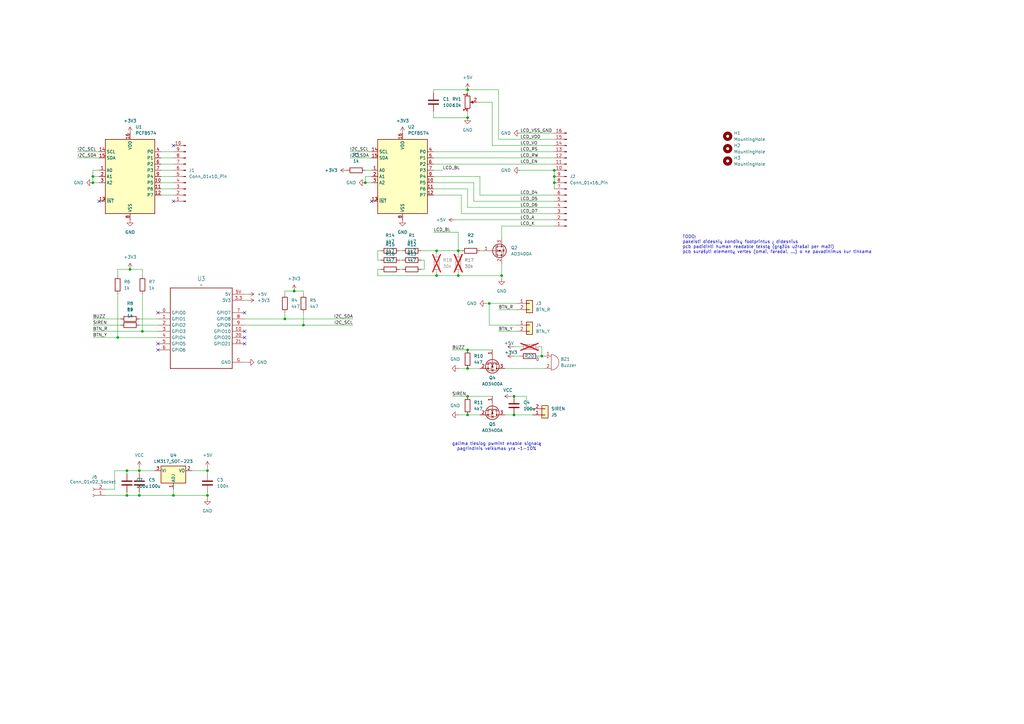
<source format=kicad_sch>
(kicad_sch (version 20231120) (generator "eeschema") (generator_version "8.0")
  (paper "A3")
  (lib_symbols
    (symbol "!custom:ESP32-C3_SUPERMINI"
      (property "Reference" "U" (at -12.7 16.002 0))
      (symbol "ESP32-C3_SUPERMINI_1_0"
        (polyline (pts (xy -12.7 -17.78) (xy 12.7 -17.78)) (stroke (width 0.254)))
        (polyline (pts (xy -12.7 15.24) (xy -12.7 -17.78)) (stroke (width 0.254)))
        (polyline (pts (xy 12.7 -17.78) (xy 12.7 15.24)) (stroke (width 0.254)))
        (polyline (pts (xy 12.7 15.24) (xy -12.7 15.24)) (stroke (width 0.254)))
        (pin bidirectional line (at -17.78 5.08 0) (length 5.08) (name "GPIO0") (number "0"))
        (pin bidirectional line (at -17.78 2.54 0) (length 5.08) (name "GPIO1") (number "1"))
        (pin bidirectional line (at 17.78 -2.54 180) (length 5.08) (name "GPIO10") (number "10"))
        (pin bidirectional line (at -17.78 0 0) (length 5.08) (name "GPIO2") (number "2"))
        (pin bidirectional line (at 17.78 -5.08 180) (length 5.08) (name "GPIO20") (number "20"))
        (pin bidirectional line (at 17.78 -7.62 180) (length 5.08) (name "GPIO21") (number "21"))
        (pin bidirectional line (at -17.78 -2.54 0) (length 5.08) (name "GPIO3") (number "3"))
        (pin power_in line (at 17.78 10.16 180) (length 5.08) (name "3V3") (number "3.3"))
        (pin bidirectional line (at -17.78 -5.08 0) (length 5.08) (name "GPIO4") (number "4"))
        (pin bidirectional line (at -17.78 -7.62 0) (length 5.08) (name "GPIO5") (number "5"))
        (pin power_in line (at 17.78 12.7 180) (length 5.08) (name "5V") (number "5V"))
        (pin bidirectional line (at -17.78 -10.16 0) (length 5.08) (name "GPIO6") (number "6"))
        (pin bidirectional line (at 17.78 5.08 180) (length 5.08) (name "GPIO7") (number "7"))
        (pin bidirectional line (at 17.78 2.54 180) (length 5.08) (name "GPIO8") (number "8"))
        (pin bidirectional line (at 17.78 0 180) (length 5.08) (name "GPIO9") (number "9"))
        (pin power_in line (at 17.78 -15.24 180) (length 5.08) (name "GND") (number "G"))
      )
    )
    (symbol "Connector:Conn_01x02_Socket" (pin_names (offset 1.016) hide)
      (property "Reference" "J" (at 0 2.54 0))
      (property "Value" "Conn_01x02_Socket" (at 0 -5.08 0))
      (symbol "Conn_01x02_Socket_1_1"
        (arc (start 0 -2.032) (mid -0.5058 -2.54) (end 0 -3.048) (stroke (width 0.1524)))
        (polyline (pts (xy -1.27 -2.54) (xy -0.508 -2.54)) (stroke (width 0.1524)))
        (polyline (pts (xy -1.27 0) (xy -0.508 0)) (stroke (width 0.1524)))
        (arc (start 0 0.508) (mid -0.5058 0) (end 0 -0.508) (stroke (width 0.1524)))
        (pin passive line (at -5.08 0 0) (length 3.81) (name "Pin_1") (number "1"))
        (pin passive line (at -5.08 -2.54 0) (length 3.81) (name "Pin_2") (number "2"))
      )
    )
    (symbol "Connector:Conn_01x10_Pin" (pin_names (offset 1.016) hide)
      (property "Reference" "J" (at 0 12.7 0))
      (property "Value" "Conn_01x10_Pin" (at 0 -15.24 0))
      (symbol "Conn_01x10_Pin_1_1"
        (polyline (pts (xy 1.27 -12.7) (xy 0.8636 -12.7)) (stroke (width 0.1524)))
        (polyline (pts (xy 1.27 -10.16) (xy 0.8636 -10.16)) (stroke (width 0.1524)))
        (polyline (pts (xy 1.27 -7.62) (xy 0.8636 -7.62)) (stroke (width 0.1524)))
        (polyline (pts (xy 1.27 -5.08) (xy 0.8636 -5.08)) (stroke (width 0.1524)))
        (polyline (pts (xy 1.27 -2.54) (xy 0.8636 -2.54)) (stroke (width 0.1524)))
        (polyline (pts (xy 1.27 0) (xy 0.8636 0)) (stroke (width 0.1524)))
        (polyline (pts (xy 1.27 2.54) (xy 0.8636 2.54)) (stroke (width 0.1524)))
        (polyline (pts (xy 1.27 5.08) (xy 0.8636 5.08)) (stroke (width 0.1524)))
        (polyline (pts (xy 1.27 7.62) (xy 0.8636 7.62)) (stroke (width 0.1524)))
        (polyline (pts (xy 1.27 10.16) (xy 0.8636 10.16)) (stroke (width 0.1524)))
        (rectangle (start 0.8636 -12.573) (end 0 -12.827) (stroke (width 0.1524)) (fill (type outline)))
        (rectangle (start 0.8636 -10.033) (end 0 -10.287) (stroke (width 0.1524)) (fill (type outline)))
        (rectangle (start 0.8636 -7.493) (end 0 -7.747) (stroke (width 0.1524)) (fill (type outline)))
        (rectangle (start 0.8636 -4.953) (end 0 -5.207) (stroke (width 0.1524)) (fill (type outline)))
        (rectangle (start 0.8636 -2.413) (end 0 -2.667) (stroke (width 0.1524)) (fill (type outline)))
        (rectangle (start 0.8636 0.127) (end 0 -0.127) (stroke (width 0.1524)) (fill (type outline)))
        (rectangle (start 0.8636 2.667) (end 0 2.413) (stroke (width 0.1524)) (fill (type outline)))
        (rectangle (start 0.8636 5.207) (end 0 4.953) (stroke (width 0.1524)) (fill (type outline)))
        (rectangle (start 0.8636 7.747) (end 0 7.493) (stroke (width 0.1524)) (fill (type outline)))
        (rectangle (start 0.8636 10.287) (end 0 10.033) (stroke (width 0.1524)) (fill (type outline)))
        (pin passive line (at 5.08 10.16 180) (length 3.81) (name "Pin_1") (number "1"))
        (pin passive line (at 5.08 -12.7 180) (length 3.81) (name "Pin_10") (number "10"))
        (pin passive line (at 5.08 7.62 180) (length 3.81) (name "Pin_2") (number "2"))
        (pin passive line (at 5.08 5.08 180) (length 3.81) (name "Pin_3") (number "3"))
        (pin passive line (at 5.08 2.54 180) (length 3.81) (name "Pin_4") (number "4"))
        (pin passive line (at 5.08 0 180) (length 3.81) (name "Pin_5") (number "5"))
        (pin passive line (at 5.08 -2.54 180) (length 3.81) (name "Pin_6") (number "6"))
        (pin passive line (at 5.08 -5.08 180) (length 3.81) (name "Pin_7") (number "7"))
        (pin passive line (at 5.08 -7.62 180) (length 3.81) (name "Pin_8") (number "8"))
        (pin passive line (at 5.08 -10.16 180) (length 3.81) (name "Pin_9") (number "9"))
      )
    )
    (symbol "Connector:Conn_01x16_Pin" (pin_names (offset 1.016) hide)
      (property "Reference" "J" (at 0 20.32 0))
      (property "Value" "Conn_01x16_Pin" (at 0 -22.86 0))
      (symbol "Conn_01x16_Pin_1_1"
        (polyline (pts (xy 1.27 -20.32) (xy 0.8636 -20.32)) (stroke (width 0.1524)))
        (polyline (pts (xy 1.27 -17.78) (xy 0.8636 -17.78)) (stroke (width 0.1524)))
        (polyline (pts (xy 1.27 -15.24) (xy 0.8636 -15.24)) (stroke (width 0.1524)))
        (polyline (pts (xy 1.27 -12.7) (xy 0.8636 -12.7)) (stroke (width 0.1524)))
        (polyline (pts (xy 1.27 -10.16) (xy 0.8636 -10.16)) (stroke (width 0.1524)))
        (polyline (pts (xy 1.27 -7.62) (xy 0.8636 -7.62)) (stroke (width 0.1524)))
        (polyline (pts (xy 1.27 -5.08) (xy 0.8636 -5.08)) (stroke (width 0.1524)))
        (polyline (pts (xy 1.27 -2.54) (xy 0.8636 -2.54)) (stroke (width 0.1524)))
        (polyline (pts (xy 1.27 0) (xy 0.8636 0)) (stroke (width 0.1524)))
        (polyline (pts (xy 1.27 2.54) (xy 0.8636 2.54)) (stroke (width 0.1524)))
        (polyline (pts (xy 1.27 5.08) (xy 0.8636 5.08)) (stroke (width 0.1524)))
        (polyline (pts (xy 1.27 7.62) (xy 0.8636 7.62)) (stroke (width 0.1524)))
        (polyline (pts (xy 1.27 10.16) (xy 0.8636 10.16)) (stroke (width 0.1524)))
        (polyline (pts (xy 1.27 12.7) (xy 0.8636 12.7)) (stroke (width 0.1524)))
        (polyline (pts (xy 1.27 15.24) (xy 0.8636 15.24)) (stroke (width 0.1524)))
        (polyline (pts (xy 1.27 17.78) (xy 0.8636 17.78)) (stroke (width 0.1524)))
        (rectangle (start 0.8636 -20.193) (end 0 -20.447) (stroke (width 0.1524)) (fill (type outline)))
        (rectangle (start 0.8636 -17.653) (end 0 -17.907) (stroke (width 0.1524)) (fill (type outline)))
        (rectangle (start 0.8636 -15.113) (end 0 -15.367) (stroke (width 0.1524)) (fill (type outline)))
        (rectangle (start 0.8636 -12.573) (end 0 -12.827) (stroke (width 0.1524)) (fill (type outline)))
        (rectangle (start 0.8636 -10.033) (end 0 -10.287) (stroke (width 0.1524)) (fill (type outline)))
        (rectangle (start 0.8636 -7.493) (end 0 -7.747) (stroke (width 0.1524)) (fill (type outline)))
        (rectangle (start 0.8636 -4.953) (end 0 -5.207) (stroke (width 0.1524)) (fill (type outline)))
        (rectangle (start 0.8636 -2.413) (end 0 -2.667) (stroke (width 0.1524)) (fill (type outline)))
        (rectangle (start 0.8636 0.127) (end 0 -0.127) (stroke (width 0.1524)) (fill (type outline)))
        (rectangle (start 0.8636 2.667) (end 0 2.413) (stroke (width 0.1524)) (fill (type outline)))
        (rectangle (start 0.8636 5.207) (end 0 4.953) (stroke (width 0.1524)) (fill (type outline)))
        (rectangle (start 0.8636 7.747) (end 0 7.493) (stroke (width 0.1524)) (fill (type outline)))
        (rectangle (start 0.8636 10.287) (end 0 10.033) (stroke (width 0.1524)) (fill (type outline)))
        (rectangle (start 0.8636 12.827) (end 0 12.573) (stroke (width 0.1524)) (fill (type outline)))
        (rectangle (start 0.8636 15.367) (end 0 15.113) (stroke (width 0.1524)) (fill (type outline)))
        (rectangle (start 0.8636 17.907) (end 0 17.653) (stroke (width 0.1524)) (fill (type outline)))
        (pin passive line (at 5.08 17.78 180) (length 3.81) (name "Pin_1") (number "1"))
        (pin passive line (at 5.08 -5.08 180) (length 3.81) (name "Pin_10") (number "10"))
        (pin passive line (at 5.08 -7.62 180) (length 3.81) (name "Pin_11") (number "11"))
        (pin passive line (at 5.08 -10.16 180) (length 3.81) (name "Pin_12") (number "12"))
        (pin passive line (at 5.08 -12.7 180) (length 3.81) (name "Pin_13") (number "13"))
        (pin passive line (at 5.08 -15.24 180) (length 3.81) (name "Pin_14") (number "14"))
        (pin passive line (at 5.08 -17.78 180) (length 3.81) (name "Pin_15") (number "15"))
        (pin passive line (at 5.08 -20.32 180) (length 3.81) (name "Pin_16") (number "16"))
        (pin passive line (at 5.08 15.24 180) (length 3.81) (name "Pin_2") (number "2"))
        (pin passive line (at 5.08 12.7 180) (length 3.81) (name "Pin_3") (number "3"))
        (pin passive line (at 5.08 10.16 180) (length 3.81) (name "Pin_4") (number "4"))
        (pin passive line (at 5.08 7.62 180) (length 3.81) (name "Pin_5") (number "5"))
        (pin passive line (at 5.08 5.08 180) (length 3.81) (name "Pin_6") (number "6"))
        (pin passive line (at 5.08 2.54 180) (length 3.81) (name "Pin_7") (number "7"))
        (pin passive line (at 5.08 0 180) (length 3.81) (name "Pin_8") (number "8"))
        (pin passive line (at 5.08 -2.54 180) (length 3.81) (name "Pin_9") (number "9"))
      )
    )
    (symbol "Connector_Generic:Conn_01x02" (pin_names (offset 1.016) hide)
      (property "Reference" "J" (at 0 2.54 0))
      (property "Value" "Conn_01x02" (at 0 -5.08 0))
      (symbol "Conn_01x02_1_1"
        (rectangle (start -1.27 -2.413) (end 0 -2.667) (stroke (width 0.1524)))
        (rectangle (start -1.27 0.127) (end 0 -0.127) (stroke (width 0.1524)))
        (rectangle (start -1.27 1.27) (end 1.27 -3.81) (stroke (width 0.254)) (fill (type background)))
        (pin passive line (at -5.08 0 0) (length 3.81) (name "Pin_1") (number "1"))
        (pin passive line (at -5.08 -2.54 0) (length 3.81) (name "Pin_2") (number "2"))
      )
    )
    (symbol "Device:Buzzer" (pin_names (offset 0.0254) hide)
      (property "Reference" "BZ" (at 3.81 1.27 0))
      (property "Value" "Buzzer" (at 3.81 -1.27 0))
      (symbol "Buzzer_0_1"
        (arc (start 0 -3.175) (mid 3.1612 0) (end 0 3.175))
        (polyline (pts (xy -1.651 1.905) (xy -1.143 1.905)))
        (polyline (pts (xy -1.397 2.159) (xy -1.397 1.651)))
        (polyline (pts (xy 0 3.175) (xy 0 -3.175)))
      )
      (symbol "Buzzer_1_1"
        (pin passive line (at -2.54 2.54 0) (length 2.54) (name "+") (number "1"))
        (pin passive line (at -2.54 -2.54 0) (length 2.54) (name "-") (number "2"))
      )
    )
    (symbol "Device:C" (pin_numbers hide) (pin_names (offset 0.254))
      (property "Reference" "C" (at 0.635 2.54 0))
      (property "Value" "C" (at 0.635 -2.54 0))
      (symbol "C_0_1"
        (polyline (pts (xy -2.032 -0.762) (xy 2.032 -0.762)) (stroke (width 0.508)))
        (polyline (pts (xy -2.032 0.762) (xy 2.032 0.762)) (stroke (width 0.508)))
      )
      (symbol "C_1_1"
        (pin passive line (at 0 3.81 270) (length 2.794) (name "~") (number "1"))
        (pin passive line (at 0 -3.81 90) (length 2.794) (name "~") (number "2"))
      )
    )
    (symbol "Device:R" (pin_numbers hide) (pin_names (offset 0))
      (property "Reference" "R" (at 2.032 0 90))
      (property "Value" "R" (at 0 0 90))
      (symbol "R_0_1"
        (rectangle (start -1.016 -2.54) (end 1.016 2.54) (stroke (width 0.254)))
      )
      (symbol "R_1_1"
        (pin passive line (at 0 3.81 270) (length 1.27) (name "~") (number "1"))
        (pin passive line (at 0 -3.81 90) (length 1.27) (name "~") (number "2"))
      )
    )
    (symbol "Device:R_Potentiometer" (pin_names (offset 1.016) hide)
      (property "Reference" "RV" (at -4.445 0 90))
      (property "Value" "R_Potentiometer" (at -2.54 0 90))
      (symbol "R_Potentiometer_0_1"
        (polyline (pts (xy 2.54 0) (xy 1.524 0)))
        (polyline (pts (xy 1.143 0) (xy 2.286 0.508) (xy 2.286 -0.508) (xy 1.143 0)) (fill (type outline)))
        (rectangle (start 1.016 2.54) (end -1.016 -2.54) (stroke (width 0.254)))
      )
      (symbol "R_Potentiometer_1_1"
        (pin passive line (at 0 3.81 270) (length 1.27) (name "1") (number "1"))
        (pin passive line (at 3.81 0 180) (length 1.27) (name "2") (number "2"))
        (pin passive line (at 0 -3.81 90) (length 1.27) (name "3") (number "3"))
      )
    )
    (symbol "Interface_Expansion:PCF8574"
      (property "Reference" "U" (at -8.89 16.51 0))
      (property "Value" "PCF8574" (at 2.54 16.51 0))
      (symbol "PCF8574_0_1"
        (rectangle (start -10.16 15.24) (end 10.16 -15.24) (stroke (width 0.254)) (fill (type background)))
      )
      (symbol "PCF8574_1_1"
        (pin input line (at -12.7 2.54 0) (length 2.54) (name "A0") (number "1"))
        (pin bidirectional line (at 12.7 -2.54 180) (length 2.54) (name "P5") (number "10"))
        (pin bidirectional line (at 12.7 -5.08 180) (length 2.54) (name "P6") (number "11"))
        (pin bidirectional line (at 12.7 -7.62 180) (length 2.54) (name "P7") (number "12"))
        (pin open_collector output_low (at -12.7 -10.16 0) (length 2.54) (name "~{INT}") (number "13"))
        (pin input line (at -12.7 10.16 0) (length 2.54) (name "SCL") (number "14"))
        (pin bidirectional line (at -12.7 7.62 0) (length 2.54) (name "SDA") (number "15"))
        (pin power_in line (at 0 17.78 270) (length 2.54) (name "VDD") (number "16"))
        (pin input line (at -12.7 0 0) (length 2.54) (name "A1") (number "2"))
        (pin input line (at -12.7 -2.54 0) (length 2.54) (name "A2") (number "3"))
        (pin bidirectional line (at 12.7 10.16 180) (length 2.54) (name "P0") (number "4"))
        (pin bidirectional line (at 12.7 7.62 180) (length 2.54) (name "P1") (number "5"))
        (pin bidirectional line (at 12.7 5.08 180) (length 2.54) (name "P2") (number "6"))
        (pin bidirectional line (at 12.7 2.54 180) (length 2.54) (name "P3") (number "7"))
        (pin power_in line (at 0 -17.78 90) (length 2.54) (name "VSS") (number "8"))
        (pin bidirectional line (at 12.7 0 180) (length 2.54) (name "P4") (number "9"))
      )
    )
    (symbol "Mechanical:MountingHole" (pin_names (offset 1.016)) (exclude_from_sim yes) (in_bom no)
      (property "Reference" "H" (at 0 5.08 0))
      (property "Value" "MountingHole" (at 0 3.175 0))
      (symbol "MountingHole_0_1"
        (circle (center 0 0) (radius 1.27) (stroke (width 1.27)))
      )
    )
    (symbol "Regulator_Linear:LM317_SOT-223" (pin_names (offset 0.254))
      (property "Reference" "U" (at -3.81 3.175 0))
      (property "Value" "LM317_SOT-223" (at 0 3.175 0))
      (symbol "LM317_SOT-223_0_1"
        (rectangle (start -5.08 1.905) (end 5.08 -5.08) (stroke (width 0.254)) (fill (type background)))
      )
      (symbol "LM317_SOT-223_1_1"
        (pin input line (at 0 -7.62 90) (length 2.54) (name "ADJ") (number "1"))
        (pin power_out line (at 7.62 0 180) (length 2.54) (name "VO") (number "2"))
        (pin power_in line (at -7.62 0 0) (length 2.54) (name "VI") (number "3"))
      )
    )
    (symbol "Transistor_FET:AO3400A" (pin_names hide)
      (property "Reference" "Q" (at 5.08 1.905 0))
      (property "Value" "AO3400A" (at 5.08 0 0))
      (symbol "AO3400A_0_1"
        (polyline (pts (xy 0.254 0) (xy -2.54 0)))
        (polyline (pts (xy 0.254 1.905) (xy 0.254 -1.905)) (stroke (width 0.254)))
        (polyline (pts (xy 0.762 -1.27) (xy 0.762 -2.286)) (stroke (width 0.254)))
        (polyline (pts (xy 0.762 0.508) (xy 0.762 -0.508)) (stroke (width 0.254)))
        (polyline (pts (xy 0.762 2.286) (xy 0.762 1.27)) (stroke (width 0.254)))
        (polyline (pts (xy 2.54 2.54) (xy 2.54 1.778)))
        (polyline (pts (xy 2.54 -2.54) (xy 2.54 0) (xy 0.762 0)))
        (polyline (pts (xy 0.762 -1.778) (xy 3.302 -1.778) (xy 3.302 1.778) (xy 0.762 1.778)))
        (polyline (pts (xy 1.016 0) (xy 2.032 0.381) (xy 2.032 -0.381) (xy 1.016 0)) (fill (type outline)))
        (polyline (pts (xy 2.794 0.508) (xy 2.921 0.381) (xy 3.683 0.381) (xy 3.81 0.254)))
        (polyline (pts (xy 3.302 0.381) (xy 2.921 -0.254) (xy 3.683 -0.254) (xy 3.302 0.381)))
        (circle (center 1.651 0) (radius 2.794) (stroke (width 0.254)))
        (circle (center 2.54 -1.778) (radius 0.254) (fill (type outline)))
        (circle (center 2.54 1.778) (radius 0.254) (fill (type outline)))
      )
      (symbol "AO3400A_1_1"
        (pin input line (at -5.08 0 0) (length 2.54) (name "G") (number "1"))
        (pin passive line (at 2.54 -5.08 90) (length 2.54) (name "S") (number "2"))
        (pin passive line (at 2.54 5.08 270) (length 2.54) (name "D") (number "3"))
      )
    )
    (symbol "power:+3V3" (power) (pin_numbers hide) (pin_names (offset 0) hide)
      (property "Value" "+3V3" (at 0 3.556 0))
      (symbol "+3V3_0_1"
        (polyline (pts (xy -0.762 1.27) (xy 0 2.54)))
        (polyline (pts (xy 0 0) (xy 0 2.54)))
        (polyline (pts (xy 0 2.54) (xy 0.762 1.27)))
      )
      (symbol "+3V3_1_1"
        (pin power_in line (at 0 0 90) (length 0) (name "~") (number "1"))
      )
    )
    (symbol "power:+5V" (power) (pin_numbers hide) (pin_names (offset 0) hide)
      (property "Value" "+5V" (at 0 3.556 0))
      (symbol "+5V_0_1"
        (polyline (pts (xy -0.762 1.27) (xy 0 2.54)))
        (polyline (pts (xy 0 0) (xy 0 2.54)))
        (polyline (pts (xy 0 2.54) (xy 0.762 1.27)))
      )
      (symbol "+5V_1_1"
        (pin power_in line (at 0 0 90) (length 0) (name "~") (number "1"))
      )
    )
    (symbol "power:GND" (power) (pin_numbers hide) (pin_names (offset 0) hide)
      (property "Value" "GND" (at 0 -3.81 0))
      (symbol "GND_0_1"
        (polyline (pts (xy 0 0) (xy 0 -1.27) (xy 1.27 -1.27) (xy 0 -2.54) (xy -1.27 -1.27) (xy 0 -1.27)))
      )
      (symbol "GND_1_1"
        (pin power_in line (at 0 0 270) (length 0) (name "~") (number "1"))
      )
    )
    (symbol "power:VCC" (power) (pin_numbers hide) (pin_names (offset 0) hide)
      (property "Value" "VCC" (at 0 3.556 0))
      (symbol "VCC_0_1"
        (polyline (pts (xy -0.762 1.27) (xy 0 2.54)))
        (polyline (pts (xy 0 0) (xy 0 2.54)))
        (polyline (pts (xy 0 2.54) (xy 0.762 1.27)))
      )
      (symbol "VCC_1_1"
        (pin power_in line (at 0 0 90) (length 0) (name "~") (number "1"))
      )
    )
  )
  (junction (at 85.09 203.2))
  (junction (at 191.77 151.13))
  (junction (at 53.34 110.49))
  (junction (at 200.66 124.46))
  (junction (at 38.1 74.93))
  (junction (at 48.26 138.43))
  (junction (at 210.82 170.18))
  (junction (at 191.77 170.18))
  (junction (at 71.12 203.2))
  (junction (at 191.77 143.51))
  (junction (at 52.07 193.04))
  (junction (at 85.09 193.04))
  (junction (at 57.15 193.04))
  (junction (at 58.42 135.89))
  (junction (at 191.77 36.83))
  (junction (at 179.07 102.87))
  (junction (at 179.07 113.03))
  (junction (at 38.1 72.39))
  (junction (at 227.33 69.85))
  (junction (at 149.86 74.93))
  (junction (at 52.07 203.2))
  (junction (at 227.33 74.93))
  (junction (at 191.77 162.56))
  (junction (at 227.33 72.39))
  (junction (at 116.84 130.81))
  (junction (at 120.65 119.38))
  (junction (at 205.74 113.03))
  (junction (at 210.82 162.56))
  (junction (at 187.96 102.87))
  (junction (at 222.25 146.05))
  (junction (at 187.96 113.03))
  (junction (at 191.77 48.26))
  (junction (at 124.46 133.35))
  (junction (at 57.15 203.2))
  (no_connect (at 100.33 140.97))
  (no_connect (at 100.33 128.27))
  (no_connect (at 64.77 128.27))
  (no_connect (at 64.77 140.97))
  (no_connect (at 100.33 138.43))
  (no_connect (at 71.12 59.69))
  (no_connect (at 40.64 82.55))
  (no_connect (at 152.4 82.55))
  (no_connect (at 100.33 135.89))
  (no_connect (at 71.12 82.55))
  (no_connect (at 64.77 143.51))
  (wire (pts (xy 191.77 36.83) (xy 191.77 38.1)))
  (wire (pts (xy 57.15 193.04) (xy 57.15 194.31)))
  (wire (pts (xy 191.77 45.72) (xy 191.77 48.26)))
  (wire (pts (xy 116.84 128.27) (xy 116.84 130.81)))
  (wire (pts (xy 191.77 151.13) (xy 196.85 151.13)))
  (wire (pts (xy 177.8 80.01) (xy 189.23 80.01)))
  (wire (pts (xy 48.26 113.03) (xy 48.26 110.49)))
  (wire (pts (xy 210.82 170.18) (xy 218.44 170.18)))
  (wire (pts (xy 38.1 72.39) (xy 38.1 69.85)))
  (wire (pts (xy 163.83 110.49) (xy 165.1 110.49)))
  (wire (pts (xy 78.74 193.04) (xy 85.09 193.04)))
  (wire (pts (xy 38.1 130.81) (xy 49.53 130.81)))
  (wire (pts (xy 48.26 110.49) (xy 53.34 110.49)))
  (wire (pts (xy 57.15 191.77) (xy 57.15 193.04)))
  (wire (pts (xy 213.36 69.85) (xy 227.33 69.85)))
  (wire (pts (xy 100.33 148.59) (xy 101.6 148.59)))
  (wire (pts (xy 38.1 135.89) (xy 58.42 135.89)))
  (wire (pts (xy 66.04 80.01) (xy 71.12 80.01)))
  (wire (pts (xy 177.8 69.85) (xy 181.61 69.85)))
  (wire (pts (xy 195.58 41.91) (xy 201.93 41.91)))
  (wire (pts (xy 204.47 135.89) (xy 212.09 135.89)))
  (wire (pts (xy 189.23 87.63) (xy 227.33 87.63)))
  (wire (pts (xy 210.82 146.05) (xy 213.36 146.05)))
  (wire (pts (xy 204.47 57.15) (xy 227.33 57.15)))
  (wire (pts (xy 177.8 36.83) (xy 177.8 38.1)))
  (wire (pts (xy 38.1 69.85) (xy 40.64 69.85)))
  (wire (pts (xy 177.8 72.39) (xy 196.85 72.39)))
  (wire (pts (xy 179.07 113.03) (xy 187.96 113.03)))
  (wire (pts (xy 187.96 111.76) (xy 187.96 113.03)))
  (wire (pts (xy 66.04 72.39) (xy 71.12 72.39)))
  (wire (pts (xy 66.04 62.23) (xy 71.12 62.23)))
  (wire (pts (xy 177.8 48.26) (xy 191.77 48.26)))
  (wire (pts (xy 154.94 106.68) (xy 154.94 102.87)))
  (wire (pts (xy 116.84 119.38) (xy 116.84 120.65)))
  (wire (pts (xy 46.99 193.04) (xy 52.07 193.04)))
  (wire (pts (xy 120.65 119.38) (xy 116.84 119.38)))
  (wire (pts (xy 172.72 106.68) (xy 173.99 106.68)))
  (wire (pts (xy 212.09 133.35) (xy 200.66 133.35)))
  (wire (pts (xy 163.83 106.68) (xy 165.1 106.68)))
  (wire (pts (xy 227.33 74.93) (xy 227.33 77.47)))
  (wire (pts (xy 223.52 146.05) (xy 222.25 146.05)))
  (wire (pts (xy 58.42 110.49) (xy 53.34 110.49)))
  (wire (pts (xy 149.86 74.93) (xy 152.4 74.93)))
  (wire (pts (xy 66.04 74.93) (xy 71.12 74.93)))
  (wire (pts (xy 46.99 200.66) (xy 46.99 193.04)))
  (wire (pts (xy 71.12 203.2) (xy 85.09 203.2)))
  (wire (pts (xy 58.42 113.03) (xy 58.42 110.49)))
  (wire (pts (xy 85.09 203.2) (xy 85.09 204.47)))
  (wire (pts (xy 177.8 45.72) (xy 177.8 48.26)))
  (wire (pts (xy 207.01 151.13) (xy 223.52 151.13)))
  (wire (pts (xy 177.8 64.77) (xy 227.33 64.77)))
  (wire (pts (xy 215.9 162.56) (xy 215.9 167.64)))
  (wire (pts (xy 154.94 110.49) (xy 156.21 110.49)))
  (wire (pts (xy 191.77 85.09) (xy 227.33 85.09)))
  (wire (pts (xy 48.26 138.43) (xy 64.77 138.43)))
  (wire (pts (xy 200.66 124.46) (xy 200.66 133.35)))
  (wire (pts (xy 187.96 151.13) (xy 191.77 151.13)))
  (wire (pts (xy 100.33 123.19) (xy 101.6 123.19)))
  (wire (pts (xy 43.18 203.2) (xy 52.07 203.2)))
  (wire (pts (xy 185.42 143.51) (xy 191.77 143.51)))
  (wire (pts (xy 205.74 92.71) (xy 227.33 92.71)))
  (wire (pts (xy 179.07 111.76) (xy 179.07 113.03)))
  (wire (pts (xy 201.93 59.69) (xy 227.33 59.69)))
  (wire (pts (xy 209.55 162.56) (xy 210.82 162.56)))
  (wire (pts (xy 199.39 124.46) (xy 200.66 124.46)))
  (wire (pts (xy 57.15 193.04) (xy 63.5 193.04)))
  (wire (pts (xy 57.15 201.93) (xy 57.15 203.2)))
  (wire (pts (xy 191.77 143.51) (xy 201.93 143.51)))
  (wire (pts (xy 124.46 119.38) (xy 124.46 120.65)))
  (wire (pts (xy 149.86 72.39) (xy 152.4 72.39)))
  (wire (pts (xy 124.46 128.27) (xy 124.46 133.35)))
  (wire (pts (xy 201.93 41.91) (xy 201.93 59.69)))
  (wire (pts (xy 144.78 130.81) (xy 116.84 130.81)))
  (wire (pts (xy 52.07 193.04) (xy 57.15 193.04)))
  (wire (pts (xy 156.21 106.68) (xy 154.94 106.68)))
  (wire (pts (xy 173.99 106.68) (xy 173.99 110.49)))
  (wire (pts (xy 191.77 170.18) (xy 196.85 170.18)))
  (wire (pts (xy 196.85 80.01) (xy 227.33 80.01)))
  (wire (pts (xy 165.1 102.87) (xy 163.83 102.87)))
  (wire (pts (xy 120.65 119.38) (xy 124.46 119.38)))
  (wire (pts (xy 222.25 142.24) (xy 222.25 146.05)))
  (wire (pts (xy 85.09 191.77) (xy 85.09 193.04)))
  (wire (pts (xy 185.42 162.56) (xy 191.77 162.56)))
  (wire (pts (xy 191.77 77.47) (xy 191.77 85.09)))
  (wire (pts (xy 179.07 102.87) (xy 187.96 102.87)))
  (wire (pts (xy 38.1 133.35) (xy 49.53 133.35)))
  (wire (pts (xy 38.1 138.43) (xy 48.26 138.43)))
  (wire (pts (xy 66.04 69.85) (xy 71.12 69.85)))
  (wire (pts (xy 194.31 82.55) (xy 227.33 82.55)))
  (wire (pts (xy 196.85 72.39) (xy 196.85 80.01)))
  (wire (pts (xy 191.77 36.83) (xy 204.47 36.83)))
  (wire (pts (xy 48.26 120.65) (xy 48.26 138.43)))
  (wire (pts (xy 100.33 120.65) (xy 101.6 120.65)))
  (wire (pts (xy 66.04 77.47) (xy 71.12 77.47)))
  (wire (pts (xy 173.99 110.49) (xy 172.72 110.49)))
  (wire (pts (xy 116.84 130.81) (xy 100.33 130.81)))
  (wire (pts (xy 187.96 102.87) (xy 187.96 104.14)))
  (wire (pts (xy 58.42 120.65) (xy 58.42 135.89)))
  (wire (pts (xy 187.96 113.03) (xy 205.74 113.03)))
  (wire (pts (xy 210.82 142.24) (xy 213.36 142.24)))
  (wire (pts (xy 31.75 64.77) (xy 40.64 64.77)))
  (wire (pts (xy 177.8 67.31) (xy 227.33 67.31)))
  (wire (pts (xy 154.94 102.87) (xy 156.21 102.87)))
  (wire (pts (xy 52.07 193.04) (xy 52.07 194.31)))
  (wire (pts (xy 143.51 64.77) (xy 152.4 64.77)))
  (wire (pts (xy 177.8 62.23) (xy 227.33 62.23)))
  (wire (pts (xy 38.1 74.93) (xy 38.1 72.39)))
  (wire (pts (xy 210.82 162.56) (xy 215.9 162.56)))
  (wire (pts (xy 187.96 102.87) (xy 189.23 102.87)))
  (wire (pts (xy 58.42 135.89) (xy 64.77 135.89)))
  (wire (pts (xy 57.15 203.2) (xy 71.12 203.2)))
  (wire (pts (xy 177.8 77.47) (xy 191.77 77.47)))
  (wire (pts (xy 177.8 36.83) (xy 191.77 36.83)))
  (wire (pts (xy 38.1 74.93) (xy 40.64 74.93)))
  (wire (pts (xy 149.86 74.93) (xy 149.86 72.39)))
  (wire (pts (xy 143.51 62.23) (xy 152.4 62.23)))
  (wire (pts (xy 31.75 62.23) (xy 40.64 62.23)))
  (wire (pts (xy 66.04 67.31) (xy 71.12 67.31)))
  (wire (pts (xy 57.15 133.35) (xy 64.77 133.35)))
  (wire (pts (xy 215.9 167.64) (xy 218.44 167.64)))
  (wire (pts (xy 154.94 113.03) (xy 154.94 110.49)))
  (wire (pts (xy 43.18 200.66) (xy 46.99 200.66)))
  (wire (pts (xy 227.33 72.39) (xy 227.33 74.93)))
  (wire (pts (xy 52.07 203.2) (xy 52.07 201.93)))
  (wire (pts (xy 189.23 80.01) (xy 189.23 87.63)))
  (wire (pts (xy 149.86 69.85) (xy 152.4 69.85)))
  (wire (pts (xy 204.47 57.15) (xy 204.47 36.83)))
  (wire (pts (xy 57.15 130.81) (xy 64.77 130.81)))
  (wire (pts (xy 205.74 97.79) (xy 205.74 92.71)))
  (wire (pts (xy 204.47 127) (xy 212.09 127)))
  (wire (pts (xy 38.1 72.39) (xy 40.64 72.39)))
  (wire (pts (xy 71.12 200.66) (xy 71.12 203.2)))
  (wire (pts (xy 194.31 74.93) (xy 194.31 82.55)))
  (wire (pts (xy 205.74 114.3) (xy 205.74 113.03)))
  (wire (pts (xy 212.09 124.46) (xy 200.66 124.46)))
  (wire (pts (xy 196.85 102.87) (xy 198.12 102.87)))
  (wire (pts (xy 85.09 201.93) (xy 85.09 203.2)))
  (wire (pts (xy 177.8 95.25) (xy 187.96 95.25)))
  (wire (pts (xy 227.33 69.85) (xy 227.33 72.39)))
  (wire (pts (xy 207.01 170.18) (xy 210.82 170.18)))
  (wire (pts (xy 177.8 74.93) (xy 194.31 74.93)))
  (wire (pts (xy 186.69 90.17) (xy 227.33 90.17)))
  (wire (pts (xy 220.98 146.05) (xy 222.25 146.05)))
  (wire (pts (xy 154.94 113.03) (xy 179.07 113.03)))
  (wire (pts (xy 172.72 102.87) (xy 179.07 102.87)))
  (wire (pts (xy 191.77 162.56) (xy 201.93 162.56)))
  (wire (pts (xy 52.07 203.2) (xy 57.15 203.2)))
  (wire (pts (xy 187.96 170.18) (xy 191.77 170.18)))
  (wire (pts (xy 124.46 133.35) (xy 100.33 133.35)))
  (wire (pts (xy 144.78 133.35) (xy 124.46 133.35)))
  (wire (pts (xy 213.36 54.61) (xy 227.33 54.61)))
  (wire (pts (xy 187.96 95.25) (xy 187.96 102.87)))
  (wire (pts (xy 66.04 64.77) (xy 71.12 64.77)))
  (wire (pts (xy 205.74 107.95) (xy 205.74 113.03)))
  (wire (pts (xy 220.98 142.24) (xy 222.25 142.24)))
  (wire (pts (xy 179.07 102.87) (xy 179.07 104.14)))
  (wire (pts (xy 85.09 193.04) (xy 85.09 194.31)))
  (text "TODO:\npakeisti didesnių kondikų footprintus į didesnius\npcb padidinti human readable tekstą (grąžūs užrašai per maži)\npcb surašyti elementų vertes (omai, faradai, ...) o ne pavadinimus kur tinkama" (at 279.908 100.33 0) (effects (font (size 1.27 1.27)) (justify left)))
  (text "galima tiesiog pwmint enable signalą\npagrindinis veiksmas yra ~1-10%" (at 203.708 183.134 0) (effects (font (size 1.27 1.27))))
  (label "LCD_BL" (at 177.8 95.25 0))
  (label "I2C_SDA" (at 31.75 64.77 0))
  (label "LCD_K" (at 213.36 92.71 0))
  (label "I2C_SCL" (at 31.75 62.23 0))
  (label "LCD_VDD" (at 213.36 57.15 0))
  (label "SIREN" (at 38.1 133.35 0))
  (label "BTN_Y" (at 204.47 135.89 0))
  (label "LCD_D4" (at 213.36 80.01 0))
  (label "LCD_D5" (at 213.36 82.55 0))
  (label "LCD_D6" (at 213.36 85.09 0))
  (label "I2C_SCL" (at 144.78 133.35 180))
  (label "I2C_SCL" (at 143.51 62.23 0))
  (label "LCD_D7" (at 213.36 87.63 0))
  (label "LCD_VO" (at 213.36 59.69 0))
  (label "BTN_Y" (at 38.1 138.43 0))
  (label "LCD_RS" (at 213.36 62.23 0))
  (label "LCD_A" (at 213.36 90.17 0))
  (label "LCD_VSS_GND" (at 213.36 54.61 0))
  (label "LCD_BL" (at 181.61 69.85 0))
  (label "BUZZ" (at 185.42 143.51 0))
  (label "BTN_R" (at 204.47 127 0))
  (label "I2C_SDA" (at 143.51 64.77 0))
  (label "LCD_EN" (at 213.36 67.31 0))
  (label "I2C_SDA" (at 144.78 130.81 180))
  (label "BTN_R" (at 38.1 135.89 0))
  (label "LCD_RW" (at 213.36 64.77 0))
  (label "SIREN" (at 185.42 162.56 0))
  (label "BUZZ" (at 38.1 130.81 0))
  (symbol (lib_id "Device:C") (at 177.8 41.91 0) (unit 1)
    (property "Reference" "C1" (at 181.61 40.6399 0) (effects (justify left)))
    (property "Value" "100n" (at 181.61 43.1799 0) (effects (justify left)))
    (property "Footprint" "Capacitor_SMD:C_0805_2012Metric_Pad1.18x1.45mm_HandSolder" (effects (hide yes)))
    (property "Description" "Unpolarized capacitor" (effects (hide yes)))
  )
  (symbol (lib_id "power:GND") (at 191.77 48.26 0) (unit 1)
    (property "Reference" "#PWR09" (effects (hide yes)))
    (property "Value" "GND" (at 191.77 53.34 0))
    (property "Description" "Power symbol creates a global label with name \"GND\" , ground" (effects (hide yes)))
  )
  (symbol (lib_id "power:+5V") (at 186.69 90.17 90) (unit 1)
    (property "Reference" "#PWR010" (effects (hide yes)))
    (property "Value" "+5V" (at 182.88 90.1699 90) (effects (justify left)))
    (property "Description" "Power symbol creates a global label with name \"+5V\"" (effects (hide yes)))
  )
  (symbol (lib_id "Device:R") (at 168.91 110.49 90) (unit 1)
    (property "Reference" "R13" (at 168.91 104.14 90))
    (property "Value" "4k7" (at 168.91 106.68 90))
    (property "Footprint" "Resistor_SMD:R_0805_2012Metric_Pad1.20x1.40mm_HandSolder" (effects (hide yes)))
    (property "Description" "Resistor" (effects (hide yes)))
  )
  (symbol (lib_id "Transistor_FET:AO3400A") (at 203.2 102.87 0) (unit 1)
    (property "Reference" "Q2" (at 209.55 101.5999 0) (effects (justify left)))
    (property "Value" "AO3400A" (at 209.55 104.1399 0) (effects (justify left)))
    (property "Footprint" "Package_TO_SOT_SMD:SOT-23" (effects (hide yes)))
    (property "Datasheet" "http://www.aosmd.com/pdfs/datasheet/AO3400A.pdf" (effects (hide yes)))
    (property "Description" "30V Vds, 5.7A Id, N-Channel MOSFET, SOT-23" (effects (hide yes)))
  )
  (symbol (lib_id "Connector_Generic:Conn_01x02") (at 217.17 133.35 0) (unit 1)
    (property "Reference" "J4" (at 219.71 133.3499 0) (effects (justify left)))
    (property "Value" "BTN_Y" (at 219.71 135.8899 0) (effects (justify left)))
    (property "Footprint" "!custom:HIWA 250-21-2G" (effects (hide yes)))
    (property "Description" "Generic connector, single row, 01x02, script generated (kicad-library-utils/schlib/autogen/connector/)" (effects (hide yes)))
  )
  (symbol (lib_id "Device:R") (at 217.17 142.24 90) (unit 1) (dnp yes)
    (property "Reference" "R19" (at 217.17 142.24 90))
    (property "Value" "0" (at 220.472 143.256 90))
    (property "Footprint" "Resistor_SMD:R_0805_2012Metric_Pad1.20x1.40mm_HandSolder" (effects (hide yes)))
    (property "Description" "Resistor" (effects (hide yes)))
  )
  (symbol (lib_id "Device:R") (at 116.84 124.46 0) (unit 1)
    (property "Reference" "R4" (at 119.38 123.1899 0) (effects (justify left)))
    (property "Value" "4k7" (at 119.38 125.7299 0) (effects (justify left)))
    (property "Footprint" "Resistor_SMD:R_0805_2012Metric_Pad1.20x1.40mm_HandSolder" (effects (hide yes)))
    (property "Description" "Resistor" (effects (hide yes)))
  )
  (symbol (lib_id "power:+3V3") (at 210.82 146.05 90) (unit 1)
    (property "Reference" "#PWR019" (effects (hide yes)))
    (property "Value" "+3V3" (at 209.55 144.526 90))
    (property "Description" "Power symbol creates a global label with name \"+3V3\"" (effects (hide yes)))
  )
  (symbol (lib_id "Device:R") (at 53.34 133.35 90) (unit 1)
    (property "Reference" "R9" (at 53.34 127 90))
    (property "Value" "1k" (at 53.34 129.54 90))
    (property "Footprint" "Resistor_SMD:R_0805_2012Metric_Pad1.20x1.40mm_HandSolder" (effects (hide yes)))
    (property "Description" "Resistor" (effects (hide yes)))
  )
  (symbol (lib_id "power:GND") (at 149.86 74.93 270) (unit 1)
    (property "Reference" "#PWR06" (effects (hide yes)))
    (property "Value" "GND" (at 146.05 74.9299 90) (effects (justify right)))
    (property "Description" "Power symbol creates a global label with name \"GND\" , ground" (effects (hide yes)))
  )
  (symbol (lib_id "power:GND") (at 85.09 204.47 0) (unit 1)
    (property "Reference" "#PWR025" (effects (hide yes)))
    (property "Value" "GND" (at 85.09 209.55 0))
    (property "Description" "Power symbol creates a global label with name \"GND\" , ground" (effects (hide yes)))
  )
  (symbol (lib_id "Interface_Expansion:PCF8574") (at 165.1 72.39 0) (unit 1)
    (property "Reference" "U2" (at 167.2941 52.07 0) (effects (justify left)))
    (property "Value" "PCF8574" (at 167.2941 54.61 0) (effects (justify left)))
    (property "Footprint" "Package_SO:SOIC-16W_7.5x10.3mm_P1.27mm" (effects (hide yes)))
    (property "Datasheet" "http://www.nxp.com/docs/en/data-sheet/PCF8574_PCF8574A.pdf" (effects (hide yes)))
    (property "Description" "8 Bit Port/Expander to I2C Bus, DIP/SOIC-16" (effects (hide yes)))
  )
  (symbol (lib_id "power:+3V3") (at 142.24 69.85 90) (unit 1)
    (property "Reference" "#PWR07" (effects (hide yes)))
    (property "Value" "+3V3" (at 138.43 69.8499 90) (effects (justify left)))
    (property "Description" "Power symbol creates a global label with name \"+3V3\"" (effects (hide yes)))
  )
  (symbol (lib_id "Device:R") (at 53.34 130.81 90) (unit 1)
    (property "Reference" "R8" (at 53.34 124.46 90))
    (property "Value" "1k" (at 53.34 127 90))
    (property "Footprint" "Resistor_SMD:R_0805_2012Metric_Pad1.20x1.40mm_HandSolder" (effects (hide yes)))
    (property "Description" "Resistor" (effects (hide yes)))
  )
  (symbol (lib_id "power:+5V") (at 85.09 191.77 0) (unit 1)
    (property "Reference" "#PWR024" (effects (hide yes)))
    (property "Value" "+5V" (at 85.09 186.69 0))
    (property "Description" "Power symbol creates a global label with name \"+5V\"" (effects (hide yes)))
  )
  (symbol (lib_id "power:GND") (at 199.39 124.46 270) (unit 1)
    (property "Reference" "#PWR017" (effects (hide yes)))
    (property "Value" "GND" (at 195.58 124.4599 90) (effects (justify right)))
    (property "Description" "Power symbol creates a global label with name \"GND\" , ground" (effects (hide yes)))
  )
  (symbol (lib_id "Device:R") (at 168.91 106.68 90) (unit 1)
    (property "Reference" "R12" (at 168.91 100.33 90))
    (property "Value" "4k7" (at 168.91 102.87 90))
    (property "Footprint" "Resistor_SMD:R_0805_2012Metric_Pad1.20x1.40mm_HandSolder" (effects (hide yes)))
    (property "Description" "Resistor" (effects (hide yes)))
  )
  (symbol (lib_id "Interface_Expansion:PCF8574") (at 53.34 72.39 0) (unit 1)
    (property "Reference" "U1" (at 55.5341 52.07 0) (effects (justify left)))
    (property "Value" "PCF8574" (at 55.5341 54.61 0) (effects (justify left)))
    (property "Footprint" "Package_SO:SOIC-16W_7.5x10.3mm_P1.27mm" (effects (hide yes)))
    (property "Datasheet" "http://www.nxp.com/docs/en/data-sheet/PCF8574_PCF8574A.pdf" (effects (hide yes)))
    (property "Description" "8 Bit Port/Expander to I2C Bus, DIP/SOIC-16" (effects (hide yes)))
  )
  (symbol (lib_id "Device:R") (at 191.77 147.32 0) (unit 1)
    (property "Reference" "R10" (at 194.31 146.0499 0) (effects (justify left)))
    (property "Value" "4k7" (at 194.31 148.5899 0) (effects (justify left)))
    (property "Footprint" "Resistor_SMD:R_0805_2012Metric_Pad1.20x1.40mm_HandSolder" (effects (hide yes)))
    (property "Description" "Resistor" (effects (hide yes)))
  )
  (symbol (lib_id "Mechanical:MountingHole") (at 298.45 60.96 0) (unit 1) (exclude_from_sim yes) (in_bom no)
    (property "Reference" "H2" (at 300.99 59.6899 0) (effects (justify left)))
    (property "Value" "MountingHole" (at 300.99 62.2299 0) (effects (justify left)))
    (property "Footprint" "MountingHole:MountingHole_3.2mm_M3" (effects (hide yes)))
    (property "Description" "Mounting Hole without connection" (effects (hide yes)))
  )
  (symbol (lib_id "Device:R") (at 146.05 69.85 270) (unit 1)
    (property "Reference" "R3" (at 146.05 63.5 90))
    (property "Value" "1k" (at 146.05 66.04 90))
    (property "Footprint" "Resistor_SMD:R_0805_2012Metric_Pad1.20x1.40mm_HandSolder" (effects (hide yes)))
    (property "Description" "Resistor" (effects (hide yes)))
  )
  (symbol (lib_id "Device:R") (at 193.04 102.87 90) (unit 1)
    (property "Reference" "R2" (at 193.04 96.52 90))
    (property "Value" "1k" (at 193.04 99.06 90))
    (property "Footprint" "Resistor_SMD:R_0805_2012Metric_Pad1.20x1.40mm_HandSolder" (effects (hide yes)))
    (property "Description" "Resistor" (effects (hide yes)))
  )
  (symbol (lib_id "Mechanical:MountingHole") (at 298.45 55.88 0) (unit 1) (exclude_from_sim yes) (in_bom no)
    (property "Reference" "H1" (at 300.99 54.6099 0) (effects (justify left)))
    (property "Value" "MountingHole" (at 300.99 57.1499 0) (effects (justify left)))
    (property "Footprint" "MountingHole:MountingHole_3.2mm_M3" (effects (hide yes)))
    (property "Description" "Mounting Hole without connection" (effects (hide yes)))
  )
  (symbol (lib_id "Transistor_FET:AO3400A") (at 201.93 167.64 270) (unit 1)
    (property "Reference" "Q5" (at 201.93 173.99 90))
    (property "Value" "AO3400A" (at 201.93 176.53 90))
    (property "Footprint" "Package_TO_SOT_SMD:SOT-23" (effects (hide yes)))
    (property "Datasheet" "http://www.aosmd.com/pdfs/datasheet/AO3400A.pdf" (effects (hide yes)))
    (property "Description" "30V Vds, 5.7A Id, N-Channel MOSFET, SOT-23" (effects (hide yes)))
  )
  (symbol (lib_id "Device:R") (at 58.42 116.84 0) (unit 1)
    (property "Reference" "R7" (at 60.96 115.5699 0) (effects (justify left)))
    (property "Value" "1k" (at 60.96 118.1099 0) (effects (justify left)))
    (property "Footprint" "Resistor_SMD:R_0805_2012Metric_Pad1.20x1.40mm_HandSolder" (effects (hide yes)))
    (property "Description" "Resistor" (effects (hide yes)))
  )
  (symbol (lib_id "power:GND") (at 187.96 170.18 270) (unit 1)
    (property "Reference" "#PWR022" (effects (hide yes)))
    (property "Value" "GND" (at 186.69 166.37 90))
    (property "Description" "Power symbol creates a global label with name \"GND\" , ground" (effects (hide yes)))
  )
  (symbol (lib_id "Transistor_FET:AO3400A") (at 201.93 148.59 270) (unit 1)
    (property "Reference" "Q4" (at 201.93 154.94 90))
    (property "Value" "AO3400A" (at 201.93 157.48 90))
    (property "Footprint" "Package_TO_SOT_SMD:SOT-23" (effects (hide yes)))
    (property "Datasheet" "http://www.aosmd.com/pdfs/datasheet/AO3400A.pdf" (effects (hide yes)))
    (property "Description" "30V Vds, 5.7A Id, N-Channel MOSFET, SOT-23" (effects (hide yes)))
  )
  (symbol (lib_id "power:GND") (at 38.1 74.93 270) (unit 1)
    (property "Reference" "#PWR01" (effects (hide yes)))
    (property "Value" "GND" (at 34.29 74.9299 90) (effects (justify right)))
    (property "Description" "Power symbol creates a global label with name \"GND\" , ground" (effects (hide yes)))
  )
  (symbol (lib_id "Connector:Conn_01x10_Pin") (at 76.2 72.39 180) (unit 1)
    (property "Reference" "J1" (at 77.47 69.8499 0) (effects (justify right)))
    (property "Value" "Conn_01x10_Pin" (at 77.47 72.3899 0) (effects (justify right)))
    (property "Footprint" "Connector_PinSocket_2.54mm:PinSocket_1x10_P2.54mm_Horizontal" (effects (hide yes)))
    (property "Description" "Generic connector, single row, 01x10, script generated" (effects (hide yes)))
  )
  (symbol (lib_id "!custom:ESP32-C3_SUPERMINI") (at 82.55 133.35 0) (unit 1)
    (property "Reference" "U3" (at 82.55 114.3 0) (effects (font (size 1.778 1.5113))))
    (property "Value" "~" (at 82.55 116.84 0) (effects (font (size 1.778 1.5113))))
    (property "Footprint" "!custom:MODULE_ESP32-C3_SUPERMINI" (effects (hide yes)))
    (property "Description" "https://pricing.snapeda.com/parts/ESP32-C3%20SuperMini_TH/Espressif%20Systems/view-part?ref=eda Check availability" (effects (hide yes)))
  )
  (symbol (lib_id "power:GND") (at 53.34 90.17 0) (unit 1)
    (property "Reference" "#PWR04" (effects (hide yes)))
    (property "Value" "GND" (at 53.34 95.25 0))
    (property "Description" "Power symbol creates a global label with name \"GND\" , ground" (effects (hide yes)))
  )
  (symbol (lib_id "Device:C") (at 85.09 198.12 0) (unit 1)
    (property "Reference" "C3" (at 88.9 196.8499 0) (effects (justify left)))
    (property "Value" "100n" (at 88.9 199.3899 0) (effects (justify left)))
    (property "Footprint" "Capacitor_SMD:C_0805_2012Metric_Pad1.18x1.45mm_HandSolder" (effects (hide yes)))
    (property "Description" "Unpolarized capacitor" (effects (hide yes)))
  )
  (symbol (lib_id "power:+3V3") (at 120.65 119.38 0) (unit 1)
    (property "Reference" "#PWR016" (effects (hide yes)))
    (property "Value" "+3V3" (at 120.65 114.3 0))
    (property "Description" "Power symbol creates a global label with name \"+3V3\"" (effects (hide yes)))
  )
  (symbol (lib_id "power:GND") (at 187.96 151.13 270) (unit 1)
    (property "Reference" "#PWR020" (effects (hide yes)))
    (property "Value" "GND" (at 186.69 147.32 90))
    (property "Description" "Power symbol creates a global label with name \"GND\" , ground" (effects (hide yes)))
  )
  (symbol (lib_id "power:VCC") (at 57.15 191.77 0) (unit 1)
    (property "Reference" "#PWR023" (effects (hide yes)))
    (property "Value" "VCC" (at 57.15 186.69 0))
    (property "Description" "Power symbol creates a global label with name \"VCC\"" (effects (hide yes)))
  )
  (symbol (lib_id "Connector_Generic:Conn_01x02") (at 223.52 170.18 0) (mirror x) (unit 1)
    (property "Reference" "J5" (at 226.06 170.1801 0) (effects (justify left)))
    (property "Value" "SIREN" (at 226.06 167.6401 0) (effects (justify left)))
    (property "Footprint" "!custom:HIWA 250-21-2G" (effects (hide yes)))
    (property "Description" "Generic connector, single row, 01x02, script generated (kicad-library-utils/schlib/autogen/connector/)" (effects (hide yes)))
  )
  (symbol (lib_id "Regulator_Linear:LM317_SOT-223") (at 71.12 193.04 0) (unit 1)
    (property "Reference" "U4" (at 71.12 186.69 0))
    (property "Value" "LM317_SOT-223" (at 71.12 189.23 0))
    (property "Footprint" "Package_TO_SOT_SMD:SOT-223-3_TabPin2" (effects (hide yes)))
    (property "Datasheet" "http://www.ti.com/lit/ds/symlink/lm317.pdf" (effects (hide yes)))
    (property "Description" "1.5A 35V Adjustable Linear Regulator, SOT-223" (effects (hide yes)))
  )
  (symbol (lib_id "Mechanical:MountingHole") (at 298.45 66.04 0) (unit 1) (exclude_from_sim yes) (in_bom no)
    (property "Reference" "H3" (at 300.99 64.7699 0) (effects (justify left)))
    (property "Value" "MountingHole" (at 300.99 67.3099 0) (effects (justify left)))
    (property "Footprint" "MountingHole:MountingHole_3.2mm_M3" (effects (hide yes)))
    (property "Description" "Mounting Hole without connection" (effects (hide yes)))
  )
  (symbol (lib_id "power:GND") (at 213.36 54.61 270) (unit 1)
    (property "Reference" "#PWR011" (effects (hide yes)))
    (property "Value" "GND" (at 209.55 54.6099 90) (effects (justify right)))
    (property "Description" "Power symbol creates a global label with name \"GND\" , ground" (effects (hide yes)))
  )
  (symbol (lib_id "Device:R") (at 48.26 116.84 0) (unit 1)
    (property "Reference" "R6" (at 50.8 115.5699 0) (effects (justify left)))
    (property "Value" "1k" (at 50.8 118.1099 0) (effects (justify left)))
    (property "Footprint" "Resistor_SMD:R_0805_2012Metric_Pad1.20x1.40mm_HandSolder" (effects (hide yes)))
    (property "Description" "Resistor" (effects (hide yes)))
  )
  (symbol (lib_id "power:VCC") (at 209.55 162.56 90) (unit 1)
    (property "Reference" "#PWR021" (effects (hide yes)))
    (property "Value" "VCC" (at 208.28 160.02 90))
    (property "Description" "Power symbol creates a global label with name \"VCC\"" (effects (hide yes)))
  )
  (symbol (lib_id "power:GND") (at 165.1 90.17 0) (unit 1)
    (property "Reference" "#PWR05" (effects (hide yes)))
    (property "Value" "GND" (at 165.1 95.25 0))
    (property "Description" "Power symbol creates a global label with name \"GND\" , ground" (effects (hide yes)))
  )
  (symbol (lib_id "power:+3V3") (at 165.1 54.61 0) (unit 1)
    (property "Reference" "#PWR03" (effects (hide yes)))
    (property "Value" "+3V3" (at 165.1 49.53 0))
    (property "Description" "Power symbol creates a global label with name \"+3V3\"" (effects (hide yes)))
  )
  (symbol (lib_id "power:+3V3") (at 101.6 123.19 270) (unit 1)
    (property "Reference" "#PWR014" (effects (hide yes)))
    (property "Value" "+3V3" (at 105.41 123.1899 90) (effects (justify left)))
    (property "Description" "Power symbol creates a global label with name \"+3V3\"" (effects (hide yes)))
  )
  (symbol (lib_id "power:+5V") (at 210.82 142.24 90) (unit 1)
    (property "Reference" "#PWR013" (effects (hide yes)))
    (property "Value" "+5V" (at 210.82 140.716 90) (effects (justify left)))
    (property "Description" "Power symbol creates a global label with name \"+5V\"" (effects (hide yes)))
  )
  (symbol (lib_id "Connector_Generic:Conn_01x02") (at 217.17 124.46 0) (unit 1)
    (property "Reference" "J3" (at 219.71 124.4599 0) (effects (justify left)))
    (property "Value" "BTN_R" (at 219.71 126.9999 0) (effects (justify left)))
    (property "Footprint" "!custom:HIWA 250-21-2G" (effects (hide yes)))
    (property "Description" "Generic connector, single row, 01x02, script generated (kicad-library-utils/schlib/autogen/connector/)" (effects (hide yes)))
  )
  (symbol (lib_id "power:GND") (at 213.36 69.85 270) (unit 1)
    (property "Reference" "#PWR08" (effects (hide yes)))
    (property "Value" "GND" (at 209.55 69.8499 90) (effects (justify right)))
    (property "Description" "Power symbol creates a global label with name \"GND\" , ground" (effects (hide yes)))
  )
  (symbol (lib_id "Device:R_Potentiometer") (at 191.77 41.91 0) (unit 1)
    (property "Reference" "RV1" (at 189.23 40.6399 0) (effects (justify right)))
    (property "Value" "10k" (at 189.23 43.1799 0) (effects (justify right)))
    (property "Footprint" "Potentiometer_THT:Potentiometer_Bourns_3296W_Vertical" (effects (hide yes)))
    (property "Description" "Potentiometer" (effects (hide yes)))
  )
  (symbol (lib_id "power:+5V") (at 191.77 36.83 0) (unit 1)
    (property "Reference" "#PWR027" (effects (hide yes)))
    (property "Value" "+5V" (at 191.77 31.75 0))
    (property "Description" "Power symbol creates a global label with name \"+5V\"" (effects (hide yes)))
  )
  (symbol (lib_id "Device:R") (at 168.91 102.87 90) (unit 1)
    (property "Reference" "R1" (at 168.91 96.52 90))
    (property "Value" "4k7" (at 168.91 99.06 90))
    (property "Footprint" "Resistor_SMD:R_0805_2012Metric_Pad1.20x1.40mm_HandSolder" (effects (hide yes)))
    (property "Description" "Resistor" (effects (hide yes)))
  )
  (symbol (lib_id "power:GND") (at 101.6 148.59 90) (unit 1)
    (property "Reference" "#PWR015" (effects (hide yes)))
    (property "Value" "GND" (at 105.41 148.5899 90) (effects (justify right)))
    (property "Description" "Power symbol creates a global label with name \"GND\" , ground" (effects (hide yes)))
  )
  (symbol (lib_id "power:+5V") (at 101.6 120.65 270) (unit 1)
    (property "Reference" "#PWR026" (effects (hide yes)))
    (property "Value" "+5V" (at 105.41 120.6499 90) (effects (justify left)))
    (property "Description" "Power symbol creates a global label with name \"+5V\"" (effects (hide yes)))
  )
  (symbol (lib_id "Device:R") (at 124.46 124.46 0) (unit 1)
    (property "Reference" "R5" (at 127 123.1899 0) (effects (justify left)))
    (property "Value" "4k7" (at 127 125.7299 0) (effects (justify left)))
    (property "Footprint" "Resistor_SMD:R_0805_2012Metric_Pad1.20x1.40mm_HandSolder" (effects (hide yes)))
    (property "Description" "Resistor" (effects (hide yes)))
  )
  (symbol (lib_id "Connector:Conn_01x16_Pin") (at 232.41 74.93 180) (unit 1)
    (property "Reference" "J2" (at 233.68 72.3899 0) (effects (justify right)))
    (property "Value" "Conn_01x16_Pin" (at 233.68 74.9299 0) (effects (justify right)))
    (property "Footprint" "Connector_PinSocket_2.54mm:PinSocket_1x16_P2.54mm_Horizontal" (effects (hide yes)))
    (property "Description" "Generic connector, single row, 01x16, script generated" (effects (hide yes)))
  )
  (symbol (lib_id "Device:R") (at 191.77 166.37 0) (unit 1)
    (property "Reference" "R11" (at 194.31 165.0999 0) (effects (justify left)))
    (property "Value" "4k7" (at 194.31 167.6399 0) (effects (justify left)))
    (property "Footprint" "Resistor_SMD:R_0805_2012Metric_Pad1.20x1.40mm_HandSolder" (effects (hide yes)))
    (property "Description" "Resistor" (effects (hide yes)))
  )
  (symbol (lib_id "Device:C") (at 210.82 166.37 0) (unit 1)
    (property "Reference" "C4" (at 214.63 165.0999 0) (effects (justify left)))
    (property "Value" "100u" (at 214.63 167.6399 0) (effects (justify left)))
    (property "Footprint" "Capacitor_SMD:C_1206_3216Metric_Pad1.33x1.80mm_HandSolder" (effects (hide yes)))
    (property "Description" "Unpolarized capacitor" (effects (hide yes)))
  )
  (symbol (lib_id "Device:R") (at 179.07 107.95 180) (unit 1) (in_bom no) (dnp yes)
    (property "Reference" "R18" (at 181.61 106.6799 0) (effects (justify right)))
    (property "Value" "30k" (at 181.61 109.2199 0) (effects (justify right)))
    (property "Footprint" "Resistor_SMD:R_0805_2012Metric_Pad1.20x1.40mm_HandSolder" (effects (hide yes)))
    (property "Description" "Resistor" (effects (hide yes)))
  )
  (symbol (lib_id "Device:Buzzer") (at 226.06 148.59 0) (unit 1)
    (property "Reference" "BZ1" (at 229.87 147.3199 0) (effects (justify left)))
    (property "Value" "Buzzer" (at 229.87 149.8599 0) (effects (justify left)))
    (property "Footprint" "Buzzer_Beeper:Buzzer_12x9.5RM7.6" (effects (hide yes)))
    (property "Description" "Buzzer, polarized" (effects (hide yes)))
  )
  (symbol (lib_id "Connector:Conn_01x02_Socket") (at 38.1 203.2 180) (unit 1)
    (property "Reference" "J6" (at 38.735 195.58 0))
    (property "Value" "Conn_01x02_Socket" (at 38.1 197.612 0))
    (property "Footprint" "!custom:PhoenixContact_MC_1,5_2-G-3.5_1x02_P3.50mm_Horizontal_with_plug" (effects (hide yes)))
    (property "Description" "Generic connector, single row, 01x02, script generated" (effects (hide yes)))
  )
  (symbol (lib_id "Device:R") (at 217.17 146.05 90) (unit 1)
    (property "Reference" "R20" (at 217.17 146.05 90))
    (property "Value" "0" (at 220.472 147.32 90))
    (property "Footprint" "Resistor_SMD:R_0805_2012Metric_Pad1.20x1.40mm_HandSolder" (effects (hide yes)))
    (property "Description" "Resistor" (effects (hide yes)))
  )
  (symbol (lib_id "Device:R") (at 160.02 102.87 90) (unit 1)
    (property "Reference" "R14" (at 160.02 96.52 90))
    (property "Value" "4k7" (at 160.02 99.06 90))
    (property "Footprint" "Resistor_SMD:R_0805_2012Metric_Pad1.20x1.40mm_HandSolder" (effects (hide yes)))
    (property "Description" "Resistor" (effects (hide yes)))
  )
  (symbol (lib_id "power:+3V3") (at 53.34 54.61 0) (unit 1)
    (property "Reference" "#PWR02" (effects (hide yes)))
    (property "Value" "+3V3" (at 53.34 49.53 0))
    (property "Description" "Power symbol creates a global label with name \"+3V3\"" (effects (hide yes)))
  )
  (symbol (lib_id "Device:R") (at 187.96 107.95 180) (unit 1) (in_bom no) (dnp yes)
    (property "Reference" "R17" (at 190.5 106.6799 0) (effects (justify right)))
    (property "Value" "30k" (at 190.5 109.2199 0) (effects (justify right)))
    (property "Footprint" "Resistor_THT:R_Axial_DIN0207_L6.3mm_D2.5mm_P7.62mm_Horizontal" (effects (hide yes)))
    (property "Description" "Resistor" (effects (hide yes)))
  )
  (symbol (lib_id "power:GND") (at 205.74 114.3 0) (unit 1)
    (property "Reference" "#PWR012" (effects (hide yes)))
    (property "Value" "GND" (at 205.74 119.38 0))
    (property "Description" "Power symbol creates a global label with name \"GND\" , ground" (effects (hide yes)))
  )
  (symbol (lib_id "Device:C") (at 57.15 198.12 0) (unit 1)
    (property "Reference" "C5" (at 60.96 196.8499 0) (effects (justify left)))
    (property "Value" "100u" (at 60.96 199.3899 0) (effects (justify left)))
    (property "Footprint" "Capacitor_SMD:C_1206_3216Metric_Pad1.33x1.80mm_HandSolder" (effects (hide yes)))
    (property "Description" "Unpolarized capacitor" (effects (hide yes)))
  )
  (symbol (lib_id "power:+3V3") (at 53.34 110.49 0) (unit 1)
    (property "Reference" "#PWR018" (effects (hide yes)))
    (property "Value" "+3V3" (at 53.34 105.41 0))
    (property "Description" "Power symbol creates a global label with name \"+3V3\"" (effects (hide yes)))
  )
  (symbol (lib_id "Device:R") (at 160.02 106.68 90) (unit 1)
    (property "Reference" "R15" (at 160.02 100.33 90))
    (property "Value" "4k7" (at 160.02 102.87 90))
    (property "Footprint" "Resistor_SMD:R_0805_2012Metric_Pad1.20x1.40mm_HandSolder" (effects (hide yes)))
    (property "Description" "Resistor" (effects (hide yes)))
  )
  (symbol (lib_id "Device:R") (at 160.02 110.49 90) (unit 1)
    (property "Reference" "R16" (at 160.02 104.14 90))
    (property "Value" "4k7" (at 160.02 106.68 90))
    (property "Footprint" "Resistor_SMD:R_0805_2012Metric_Pad1.20x1.40mm_HandSolder" (effects (hide yes)))
    (property "Description" "Resistor" (effects (hide yes)))
  )
  (symbol (lib_id "Device:C") (at 52.07 198.12 0) (unit 1)
    (property "Reference" "C2" (at 55.88 196.8499 0) (effects (justify left)))
    (property "Value" "100u" (at 55.88 199.3899 0) (effects (justify left)))
    (property "Footprint" "Capacitor_SMD:C_1206_3216Metric_Pad1.33x1.80mm_HandSolder" (effects (hide yes)))
    (property "Description" "Unpolarized capacitor" (effects (hide yes)))
  )
)
</source>
